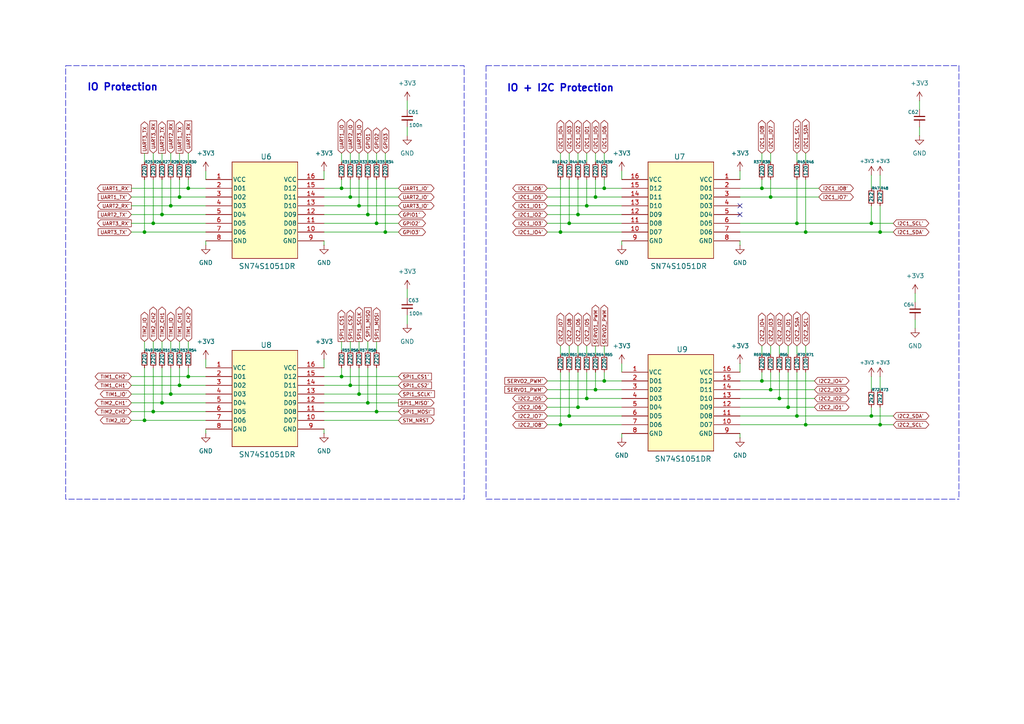
<source format=kicad_sch>
(kicad_sch (version 20250114) (generator "eeschema") (generator_version "9.0")
  (paper "A4")
  (title_block (title "LARS Hardware Interface") (date "2025-03-04") (rev "v1.0") (company "CAuDri e.V.") (comment 1 "Source: https://ohwr.org/cern_ohl_w_v2.txt") (comment 2 "A copy of the license is included in the LICENSE file.") (comment 3 "Redistribution and modifications must comply with CERN-OHL-W v2.") (comment 4 "This design is licensed under CERN Open Hardware Licence Version 2."))
  (rectangle (start 19.05 19.05) (end 134.62 144.78) (stroke (width 0) (type dash)))
  (text "IO + I2C Protection" (at 162.56 25.654 0) (effects (font (size 2.032 2.032) (thickness 0.4064) (bold yes))))
  (text "IO Protection" (at 35.56 25.4 0) (effects (font (size 2.032 2.032) (thickness 0.4064) (bold yes))))
  (junction (at 167.64 62.23))
  (junction (at 104.14 114.3))
  (junction (at 170.18 115.57))
  (junction (at 46.99 62.23))
  (junction (at 252.73 64.77))
  (junction (at 220.98 110.49))
  (junction (at 233.68 67.31))
  (junction (at 109.22 64.77))
  (junction (at 220.98 54.61))
  (junction (at 44.45 64.77))
  (junction (at 54.61 109.22))
  (junction (at 101.6 111.76))
  (junction (at 46.99 116.84))
  (junction (at 231.14 120.65))
  (junction (at 52.07 111.76))
  (junction (at 41.91 121.92))
  (junction (at 175.26 110.49))
  (junction (at 172.72 113.03))
  (junction (at 52.07 57.15))
  (junction (at 99.06 109.22))
  (junction (at 49.53 114.3))
  (junction (at 41.91 67.31))
  (junction (at 255.27 67.31))
  (junction (at 228.6 118.11))
  (junction (at 54.61 54.61))
  (junction (at 99.06 54.61))
  (junction (at 106.68 116.84))
  (junction (at 231.14 64.77))
  (junction (at 165.1 64.77))
  (junction (at 226.06 115.57))
  (junction (at 165.1 120.65))
  (junction (at 49.53 59.69))
  (junction (at 162.56 67.31))
  (junction (at 167.64 118.11))
  (junction (at 170.18 59.69))
  (junction (at 111.76 67.31))
  (junction (at 172.72 57.15))
  (junction (at 223.52 113.03))
  (junction (at 109.22 119.38))
  (junction (at 252.73 120.65))
  (junction (at 175.26 54.61))
  (junction (at 223.52 57.15))
  (junction (at 104.14 59.69))
  (junction (at 162.56 123.19))
  (junction (at 233.68 123.19))
  (junction (at 106.68 62.23))
  (junction (at 44.45 119.38))
  (junction (at 101.6 57.15))
  (junction (at 255.27 123.19))
  (no_connect (at 214.63 59.69))
  (no_connect (at 214.63 62.23))
  (wire (pts (xy 220.98 107.95) (xy 220.98 110.49)))
  (wire (pts (xy 255.27 118.11) (xy 255.27 123.19)))
  (wire (pts (xy 52.07 111.76) (xy 59.69 111.76)))
  (wire (pts (xy 104.14 52.07) (xy 104.14 59.69)))
  (wire (pts (xy 111.76 44.45) (xy 111.76 46.99)))
  (wire (pts (xy 233.68 67.31) (xy 255.27 67.31)))
  (wire (pts (xy 170.18 115.57) (xy 180.34 115.57)))
  (wire (pts (xy 38.1 109.22) (xy 54.61 109.22)))
  (wire (pts (xy 59.69 125.73) (xy 59.69 124.46)))
  (wire (pts (xy 236.22 110.49) (xy 220.98 110.49)))
  (wire (pts (xy 158.75 64.77) (xy 165.1 64.77)))
  (wire (pts (xy 93.98 121.92) (xy 115.57 121.92)))
  (wire (pts (xy 93.98 62.23) (xy 106.68 62.23)))
  (wire (pts (xy 93.98 119.38) (xy 109.22 119.38)))
  (wire (pts (xy 54.61 109.22) (xy 59.69 109.22)))
  (wire (pts (xy 118.11 29.21) (xy 118.11 31.75)))
  (wire (pts (xy 214.63 49.53) (xy 214.63 52.07)))
  (wire (pts (xy 93.98 59.69) (xy 104.14 59.69)))
  (wire (pts (xy 175.26 110.49) (xy 180.34 110.49)))
  (wire (pts (xy 255.27 67.31) (xy 259.08 67.31)))
  (wire (pts (xy 158.75 115.57) (xy 170.18 115.57)))
  (wire (pts (xy 59.69 71.12) (xy 59.69 69.85)))
  (wire (pts (xy 226.06 102.87) (xy 226.06 100.33)))
  (wire (pts (xy 175.26 100.33) (xy 175.26 102.87)))
  (wire (pts (xy 228.6 107.95) (xy 228.6 118.11)))
  (wire (pts (xy 49.53 52.07) (xy 49.53 59.69)))
  (wire (pts (xy 106.68 106.68) (xy 106.68 116.84)))
  (wire (pts (xy 52.07 52.07) (xy 52.07 57.15)))
  (wire (pts (xy 44.45 46.99) (xy 44.45 44.45)))
  (polyline (pts (xy 278.13 19.05) (xy 278.13 144.78)) (stroke (width 0) (type dash)))
  (wire (pts (xy 54.61 99.06) (xy 54.61 101.6)))
  (wire (pts (xy 167.64 62.23) (xy 180.34 62.23)))
  (wire (pts (xy 233.68 102.87) (xy 233.68 100.33)))
  (wire (pts (xy 93.98 49.53) (xy 93.98 52.07)))
  (wire (pts (xy 99.06 52.07) (xy 99.06 54.61)))
  (wire (pts (xy 99.06 54.61) (xy 115.57 54.61)))
  (wire (pts (xy 223.52 46.99) (xy 223.52 44.45)))
  (wire (pts (xy 214.63 127) (xy 214.63 125.73)))
  (wire (pts (xy 54.61 54.61) (xy 59.69 54.61)))
  (wire (pts (xy 172.72 100.33) (xy 172.72 102.87)))
  (wire (pts (xy 104.14 46.99) (xy 104.14 44.45)))
  (wire (pts (xy 165.1 102.87) (xy 165.1 100.33)))
  (wire (pts (xy 165.1 64.77) (xy 180.34 64.77)))
  (wire (pts (xy 231.14 120.65) (xy 252.73 120.65)))
  (wire (pts (xy 46.99 46.99) (xy 46.99 44.45)))
  (wire (pts (xy 38.1 57.15) (xy 52.07 57.15)))
  (wire (pts (xy 162.56 102.87) (xy 162.56 100.33)))
  (wire (pts (xy 180.34 105.41) (xy 180.34 107.95)))
  (wire (pts (xy 223.52 57.15) (xy 237.49 57.15)))
  (wire (pts (xy 52.07 57.15) (xy 59.69 57.15)))
  (wire (pts (xy 252.73 118.11) (xy 252.73 120.65)))
  (wire (pts (xy 255.27 123.19) (xy 259.08 123.19)))
  (wire (pts (xy 265.43 85.09) (xy 265.43 87.63)))
  (wire (pts (xy 233.68 46.99) (xy 233.68 44.45)))
  (wire (pts (xy 220.98 52.07) (xy 220.98 54.61)))
  (wire (pts (xy 111.76 52.07) (xy 111.76 67.31)))
  (wire (pts (xy 214.63 113.03) (xy 223.52 113.03)))
  (wire (pts (xy 220.98 100.33) (xy 220.98 102.87)))
  (wire (pts (xy 109.22 106.68) (xy 109.22 119.38)))
  (wire (pts (xy 167.64 44.45) (xy 167.64 46.99)))
  (wire (pts (xy 162.56 123.19) (xy 180.34 123.19)))
  (wire (pts (xy 233.68 52.07) (xy 233.68 67.31)))
  (wire (pts (xy 170.18 107.95) (xy 170.18 115.57)))
  (wire (pts (xy 93.98 67.31) (xy 111.76 67.31)))
  (wire (pts (xy 106.68 99.06) (xy 106.68 101.6)))
  (wire (pts (xy 214.63 71.12) (xy 214.63 69.85)))
  (wire (pts (xy 162.56 67.31) (xy 180.34 67.31)))
  (wire (pts (xy 172.72 46.99) (xy 172.72 44.45)))
  (wire (pts (xy 93.98 109.22) (xy 99.06 109.22)))
  (wire (pts (xy 175.26 54.61) (xy 180.34 54.61)))
  (wire (pts (xy 158.75 67.31) (xy 162.56 67.31)))
  (wire (pts (xy 93.98 116.84) (xy 106.68 116.84)))
  (wire (pts (xy 265.43 92.71) (xy 265.43 95.25)))
  (wire (pts (xy 252.73 109.22) (xy 252.73 113.03)))
  (wire (pts (xy 167.64 52.07) (xy 167.64 62.23)))
  (wire (pts (xy 158.75 123.19) (xy 162.56 123.19)))
  (wire (pts (xy 231.14 102.87) (xy 231.14 100.33)))
  (wire (pts (xy 41.91 121.92) (xy 59.69 121.92)))
  (wire (pts (xy 170.18 44.45) (xy 170.18 46.99)))
  (wire (pts (xy 158.75 113.03) (xy 172.72 113.03)))
  (wire (pts (xy 38.1 54.61) (xy 54.61 54.61)))
  (wire (pts (xy 46.99 99.06) (xy 46.99 101.6)))
  (wire (pts (xy 226.06 107.95) (xy 226.06 115.57)))
  (wire (pts (xy 44.45 106.68) (xy 44.45 119.38)))
  (wire (pts (xy 46.99 116.84) (xy 59.69 116.84)))
  (wire (pts (xy 46.99 106.68) (xy 46.99 116.84)))
  (wire (pts (xy 255.27 113.03) (xy 255.27 109.22)))
  (wire (pts (xy 41.91 99.06) (xy 41.91 101.6)))
  (wire (pts (xy 104.14 106.68) (xy 104.14 114.3)))
  (wire (pts (xy 165.1 120.65) (xy 180.34 120.65)))
  (wire (pts (xy 49.53 59.69) (xy 59.69 59.69)))
  (wire (pts (xy 49.53 106.68) (xy 49.53 114.3)))
  (wire (pts (xy 106.68 44.45) (xy 106.68 46.99)))
  (wire (pts (xy 101.6 99.06) (xy 101.6 101.6)))
  (wire (pts (xy 214.63 67.31) (xy 233.68 67.31)))
  (wire (pts (xy 175.26 107.95) (xy 175.26 110.49)))
  (wire (pts (xy 44.45 119.38) (xy 59.69 119.38)))
  (wire (pts (xy 106.68 116.84) (xy 115.57 116.84)))
  (wire (pts (xy 167.64 118.11) (xy 180.34 118.11)))
  (wire (pts (xy 41.91 67.31) (xy 59.69 67.31)))
  (wire (pts (xy 93.98 111.76) (xy 101.6 111.76)))
  (wire (pts (xy 223.52 100.33) (xy 223.52 102.87)))
  (wire (pts (xy 101.6 57.15) (xy 115.57 57.15)))
  (wire (pts (xy 170.18 59.69) (xy 180.34 59.69)))
  (wire (pts (xy 38.1 59.69) (xy 49.53 59.69)))
  (wire (pts (xy 52.07 106.68) (xy 52.07 111.76)))
  (wire (pts (xy 231.14 46.99) (xy 231.14 44.45)))
  (wire (pts (xy 255.27 59.69) (xy 255.27 67.31)))
  (wire (pts (xy 49.53 114.3) (xy 59.69 114.3)))
  (wire (pts (xy 214.63 123.19) (xy 233.68 123.19)))
  (wire (pts (xy 170.18 102.87) (xy 170.18 100.33)))
  (wire (pts (xy 231.14 64.77) (xy 252.73 64.77)))
  (wire (pts (xy 38.1 62.23) (xy 46.99 62.23)))
  (wire (pts (xy 54.61 52.07) (xy 54.61 54.61)))
  (polyline (pts (xy 181.61 144.78) (xy 140.97 144.78)) (stroke (width 0) (type dash)))
  (wire (pts (xy 46.99 62.23) (xy 59.69 62.23)))
  (wire (pts (xy 41.91 46.99) (xy 41.91 44.45)))
  (wire (pts (xy 214.63 120.65) (xy 231.14 120.65)))
  (wire (pts (xy 172.72 52.07) (xy 172.72 57.15)))
  (wire (pts (xy 93.98 54.61) (xy 99.06 54.61)))
  (wire (pts (xy 104.14 59.69) (xy 115.57 59.69)))
  (wire (pts (xy 99.06 106.68) (xy 99.06 109.22)))
  (wire (pts (xy 231.14 107.95) (xy 231.14 120.65)))
  (wire (pts (xy 233.68 107.95) (xy 233.68 123.19)))
  (wire (pts (xy 266.7 36.83) (xy 266.7 39.37)))
  (wire (pts (xy 38.1 67.31) (xy 41.91 67.31)))
  (wire (pts (xy 93.98 104.14) (xy 93.98 106.68)))
  (wire (pts (xy 158.75 62.23) (xy 167.64 62.23)))
  (wire (pts (xy 101.6 52.07) (xy 101.6 57.15)))
  (wire (pts (xy 93.98 71.12) (xy 93.98 69.85)))
  (wire (pts (xy 252.73 59.69) (xy 252.73 64.77)))
  (wire (pts (xy 172.72 107.95) (xy 172.72 113.03)))
  (wire (pts (xy 158.75 57.15) (xy 172.72 57.15)))
  (wire (pts (xy 109.22 44.45) (xy 109.22 46.99)))
  (wire (pts (xy 54.61 106.68) (xy 54.61 109.22)))
  (wire (pts (xy 158.75 120.65) (xy 165.1 120.65)))
  (wire (pts (xy 162.56 107.95) (xy 162.56 123.19)))
  (wire (pts (xy 38.1 121.92) (xy 41.91 121.92)))
  (wire (pts (xy 59.69 104.14) (xy 59.69 106.68)))
  (wire (pts (xy 214.63 64.77) (xy 231.14 64.77)))
  (wire (pts (xy 165.1 46.99) (xy 165.1 44.45)))
  (wire (pts (xy 46.99 52.07) (xy 46.99 62.23)))
  (wire (pts (xy 93.98 125.73) (xy 93.98 124.46)))
  (wire (pts (xy 252.73 64.77) (xy 259.08 64.77)))
  (wire (pts (xy 101.6 106.68) (xy 101.6 111.76)))
  (wire (pts (xy 214.63 110.49) (xy 220.98 110.49)))
  (wire (pts (xy 38.1 64.77) (xy 44.45 64.77)))
  (wire (pts (xy 162.56 46.99) (xy 162.56 44.45)))
  (wire (pts (xy 233.68 123.19) (xy 255.27 123.19)))
  (wire (pts (xy 38.1 116.84) (xy 46.99 116.84)))
  (wire (pts (xy 109.22 119.38) (xy 115.57 119.38)))
  (wire (pts (xy 223.52 107.95) (xy 223.52 113.03)))
  (wire (pts (xy 175.26 52.07) (xy 175.26 54.61)))
  (wire (pts (xy 214.63 115.57) (xy 226.06 115.57)))
  (wire (pts (xy 101.6 111.76) (xy 115.57 111.76)))
  (wire (pts (xy 118.11 36.83) (xy 118.11 39.37)))
  (wire (pts (xy 165.1 107.95) (xy 165.1 120.65)))
  (wire (pts (xy 44.45 64.77) (xy 59.69 64.77)))
  (wire (pts (xy 214.63 118.11) (xy 228.6 118.11)))
  (wire (pts (xy 231.14 52.07) (xy 231.14 64.77)))
  (wire (pts (xy 255.27 54.61) (xy 255.27 50.8)))
  (wire (pts (xy 38.1 111.76) (xy 52.07 111.76)))
  (wire (pts (xy 214.63 105.41) (xy 214.63 107.95)))
  (wire (pts (xy 101.6 46.99) (xy 101.6 44.45)))
  (wire (pts (xy 158.75 110.49) (xy 175.26 110.49)))
  (wire (pts (xy 252.73 120.65) (xy 259.08 120.65)))
  (wire (pts (xy 109.22 64.77) (xy 115.57 64.77)))
  (wire (pts (xy 214.63 57.15) (xy 223.52 57.15)))
  (wire (pts (xy 175.26 46.99) (xy 175.26 44.45)))
  (wire (pts (xy 38.1 119.38) (xy 44.45 119.38)))
  (wire (pts (xy 41.91 106.68) (xy 41.91 121.92)))
  (wire (pts (xy 111.76 67.31) (xy 115.57 67.31)))
  (wire (pts (xy 38.1 114.3) (xy 49.53 114.3)))
  (wire (pts (xy 228.6 118.11) (xy 236.22 118.11)))
  (wire (pts (xy 99.06 46.99) (xy 99.06 44.45)))
  (wire (pts (xy 118.11 83.82) (xy 118.11 86.36)))
  (wire (pts (xy 220.98 46.99) (xy 220.98 44.45)))
  (polyline (pts (xy 140.97 19.05) (xy 140.97 144.78)) (stroke (width 0) (type dash)))
  (wire (pts (xy 118.11 91.44) (xy 118.11 93.98)))
  (wire (pts (xy 93.98 114.3) (xy 104.14 114.3)))
  (wire (pts (xy 158.75 118.11) (xy 167.64 118.11)))
  (wire (pts (xy 214.63 54.61) (xy 220.98 54.61)))
  (wire (pts (xy 167.64 107.95) (xy 167.64 118.11)))
  (wire (pts (xy 223.52 52.07) (xy 223.52 57.15)))
  (wire (pts (xy 41.91 52.07) (xy 41.91 67.31)))
  (wire (pts (xy 54.61 46.99) (xy 54.61 44.45)))
  (wire (pts (xy 236.22 113.03) (xy 223.52 113.03)))
  (polyline (pts (xy 181.61 144.78) (xy 278.13 144.78)) (stroke (width 0) (type dash)))
  (wire (pts (xy 158.75 54.61) (xy 175.26 54.61)))
  (wire (pts (xy 104.14 99.06) (xy 104.14 101.6)))
  (wire (pts (xy 180.34 49.53) (xy 180.34 52.07)))
  (wire (pts (xy 99.06 99.06) (xy 99.06 101.6)))
  (wire (pts (xy 170.18 52.07) (xy 170.18 59.69)))
  (wire (pts (xy 106.68 62.23) (xy 115.57 62.23)))
  (wire (pts (xy 49.53 99.06) (xy 49.53 101.6)))
  (wire (pts (xy 52.07 46.99) (xy 52.07 44.45)))
  (wire (pts (xy 109.22 52.07) (xy 109.22 64.77)))
  (wire (pts (xy 167.64 102.87) (xy 167.64 100.33)))
  (wire (pts (xy 104.14 114.3) (xy 115.57 114.3)))
  (wire (pts (xy 180.34 127) (xy 180.34 125.73)))
  (polyline (pts (xy 140.97 19.05) (xy 278.13 19.05)) (stroke (width 0) (type dash)))
  (wire (pts (xy 44.45 99.06) (xy 44.45 101.6)))
  (wire (pts (xy 158.75 59.69) (xy 170.18 59.69)))
  (wire (pts (xy 220.98 54.61) (xy 237.49 54.61)))
  (wire (pts (xy 49.53 46.99) (xy 49.53 44.45)))
  (wire (pts (xy 180.34 71.12) (xy 180.34 69.85)))
  (wire (pts (xy 44.45 52.07) (xy 44.45 64.77)))
  (wire (pts (xy 99.06 109.22) (xy 115.57 109.22)))
  (wire (pts (xy 252.73 50.8) (xy 252.73 54.61)))
  (wire (pts (xy 172.72 113.03) (xy 180.34 113.03)))
  (wire (pts (xy 165.1 52.07) (xy 165.1 64.77)))
  (wire (pts (xy 93.98 64.77) (xy 109.22 64.77)))
  (wire (pts (xy 228.6 102.87) (xy 228.6 100.33)))
  (wire (pts (xy 59.69 49.53) (xy 59.69 52.07)))
  (wire (pts (xy 226.06 115.57) (xy 236.22 115.57)))
  (wire (pts (xy 266.7 29.21) (xy 266.7 31.75)))
  (wire (pts (xy 93.98 57.15) (xy 101.6 57.15)))
  (wire (pts (xy 109.22 99.06) (xy 109.22 101.6)))
  (wire (pts (xy 162.56 52.07) (xy 162.56 67.31)))
  (wire (pts (xy 52.07 99.06) (xy 52.07 101.6)))
  (wire (pts (xy 172.72 57.15) (xy 180.34 57.15)))
  (wire (pts (xy 106.68 52.07) (xy 106.68 62.23)))
  (global_label "GPIO1" (shape bidirectional) (at 106.68 44.45 90) (effects (font (size 1.016 1.016))) (property "Intersheetrefs" "${INTERSHEET_REFS}" (effects (hide yes))))
  (global_label "I2C1_IO4" (shape bidirectional) (at 162.56 44.45 90) (effects (font (size 1.016 1.016))) (property "Intersheetrefs" "${INTERSHEET_REFS}" (effects (hide yes))))
  (global_label "I2C1_IO3'" (shape bidirectional) (at 158.75 64.77 180) (effects (font (size 1.016 1.016))) (property "Intersheetrefs" "${INTERSHEET_REFS}" (effects (hide yes))))
  (global_label "GPIO1'" (shape bidirectional) (at 115.57 62.23 0) (effects (font (size 1.016 1.016))) (property "Intersheetrefs" "${INTERSHEET_REFS}" (effects (hide yes))))
  (global_label "I2C2_IO6" (shape bidirectional) (at 167.64 100.33 90) (effects (font (size 1.016 1.016))) (property "Intersheetrefs" "${INTERSHEET_REFS}" (effects (hide yes))))
  (global_label "UART3_IO" (shape bidirectional) (at 104.14 44.45 90) (effects (font (size 1.016 1.016))) (property "Intersheetrefs" "${INTERSHEET_REFS}" (effects (hide yes))))
  (global_label "UART2_RX" (shape input) (at 49.53 44.45 90) (effects (font (size 1.016 1.016))) (property "Intersheetrefs" "${INTERSHEET_REFS}" (effects (hide yes))))
  (global_label "TIM1_IO'" (shape bidirectional) (at 38.1 114.3 180) (effects (font (size 1.016 1.016))) (property "Intersheetrefs" "${INTERSHEET_REFS}" (effects (hide yes))))
  (global_label "I2C2_IO6'" (shape bidirectional) (at 158.75 118.11 180) (effects (font (size 1.016 1.016))) (property "Intersheetrefs" "${INTERSHEET_REFS}" (effects (hide yes))))
  (global_label "UART2_IO" (shape bidirectional) (at 101.6 44.45 90) (effects (font (size 1.016 1.016))) (property "Intersheetrefs" "${INTERSHEET_REFS}" (effects (hide yes))))
  (global_label "I2C1_IO8'" (shape bidirectional) (at 237.49 54.61 0) (effects (font (size 1.016 1.016))) (property "Intersheetrefs" "${INTERSHEET_REFS}" (effects (hide yes))))
  (global_label "I2C1_IO6'" (shape bidirectional) (at 158.75 54.61 180) (effects (font (size 1.016 1.016))) (property "Intersheetrefs" "${INTERSHEET_REFS}" (effects (hide yes))))
  (global_label "I2C2_IO1'" (shape bidirectional) (at 236.22 118.11 0) (effects (font (size 1.016 1.016))) (property "Intersheetrefs" "${INTERSHEET_REFS}" (effects (hide yes))))
  (global_label "TIM2_CH1'" (shape bidirectional) (at 38.1 116.84 180) (effects (font (size 1.016 1.016))) (property "Intersheetrefs" "${INTERSHEET_REFS}" (effects (hide yes))))
  (global_label "SPI1_MISO'" (shape output) (at 115.57 116.84 0) (effects (font (size 1.016 1.016))) (property "Intersheetrefs" "${INTERSHEET_REFS}" (effects (hide yes))))
  (global_label "SPI1_MISO" (shape input) (at 106.68 99.06 90) (effects (font (size 1.016 1.016))) (property "Intersheetrefs" "${INTERSHEET_REFS}" (effects (hide yes))))
  (global_label "TIM2_IO" (shape bidirectional) (at 41.91 99.06 90) (effects (font (size 1.016 1.016))) (property "Intersheetrefs" "${INTERSHEET_REFS}" (effects (hide yes))))
  (global_label "UART1_RX'" (shape output) (at 38.1 54.61 180) (effects (font (size 1.016 1.016))) (property "Intersheetrefs" "${INTERSHEET_REFS}" (effects (hide yes))))
  (global_label "UART3_RX" (shape input) (at 44.45 44.45 90) (effects (font (size 1.016 1.016))) (property "Intersheetrefs" "${INTERSHEET_REFS}" (effects (hide yes))))
  (global_label "I2C2_IO4" (shape bidirectional) (at 220.98 100.33 90) (effects (font (size 1.016 1.016))) (property "Intersheetrefs" "${INTERSHEET_REFS}" (effects (hide yes))))
  (global_label "I2C1_IO1'" (shape bidirectional) (at 158.75 59.69 180) (effects (font (size 1.016 1.016))) (property "Intersheetrefs" "${INTERSHEET_REFS}" (effects (hide yes))))
  (global_label "SERVO1_PWM" (shape output) (at 172.72 100.33 90) (effects (font (size 1.016 1.016))) (property "Intersheetrefs" "${INTERSHEET_REFS}" (effects (hide yes))))
  (global_label "UART1_TX'" (shape input) (at 38.1 57.15 180) (effects (font (size 1.016 1.016))) (property "Intersheetrefs" "${INTERSHEET_REFS}" (effects (hide yes))))
  (global_label "TIM2_CH2'" (shape bidirectional) (at 38.1 119.38 180) (effects (font (size 1.016 1.016))) (property "Intersheetrefs" "${INTERSHEET_REFS}" (effects (hide yes))))
  (global_label "TIM1_CH1'" (shape bidirectional) (at 38.1 111.76 180) (effects (font (size 1.016 1.016))) (property "Intersheetrefs" "${INTERSHEET_REFS}" (effects (hide yes))))
  (global_label "UART2_IO'" (shape bidirectional) (at 115.57 57.15 0) (effects (font (size 1.016 1.016))) (property "Intersheetrefs" "${INTERSHEET_REFS}" (effects (hide yes))))
  (global_label "UART3_IO'" (shape bidirectional) (at 115.57 59.69 0) (effects (font (size 1.016 1.016))) (property "Intersheetrefs" "${INTERSHEET_REFS}" (effects (hide yes))))
  (global_label "UART3_TX'" (shape input) (at 38.1 67.31 180) (effects (font (size 1.016 1.016))) (property "Intersheetrefs" "${INTERSHEET_REFS}" (effects (hide yes))))
  (global_label "I2C2_IO5'" (shape bidirectional) (at 158.75 115.57 180) (effects (font (size 1.016 1.016))) (property "Intersheetrefs" "${INTERSHEET_REFS}" (effects (hide yes))))
  (global_label "UART3_TX" (shape output) (at 41.91 44.45 90) (effects (font (size 1.016 1.016))) (property "Intersheetrefs" "${INTERSHEET_REFS}" (effects (hide yes))))
  (global_label "UART1_IO'" (shape bidirectional) (at 115.57 54.61 0) (effects (font (size 1.016 1.016))) (property "Intersheetrefs" "${INTERSHEET_REFS}" (effects (hide yes))))
  (global_label "SPI1_CS1" (shape output) (at 99.06 99.06 90) (effects (font (size 1.016 1.016))) (property "Intersheetrefs" "${INTERSHEET_REFS}" (effects (hide yes))))
  (global_label "I2C1_IO7" (shape bidirectional) (at 223.52 44.45 90) (effects (font (size 1.016 1.016))) (property "Intersheetrefs" "${INTERSHEET_REFS}" (effects (hide yes))))
  (global_label "I2C1_SCL" (shape bidirectional) (at 231.14 44.45 90) (effects (font (size 1.016 1.016))) (property "Intersheetrefs" "${INTERSHEET_REFS}" (effects (hide yes))))
  (global_label "I2C2_IO2'" (shape bidirectional) (at 236.22 115.57 0) (effects (font (size 1.016 1.016))) (property "Intersheetrefs" "${INTERSHEET_REFS}" (effects (hide yes))))
  (global_label "I2C2_IO7" (shape bidirectional) (at 162.56 100.33 90) (effects (font (size 1.016 1.016))) (property "Intersheetrefs" "${INTERSHEET_REFS}" (effects (hide yes))))
  (global_label "I2C2_IO4'" (shape bidirectional) (at 236.22 110.49 0) (effects (font (size 1.016 1.016))) (property "Intersheetrefs" "${INTERSHEET_REFS}" (effects (hide yes))))
  (global_label "UART2_TX'" (shape input) (at 38.1 62.23 180) (effects (font (size 1.016 1.016))) (property "Intersheetrefs" "${INTERSHEET_REFS}" (effects (hide yes))))
  (global_label "SERVO1_PWM'" (shape input) (at 158.75 113.03 180) (effects (font (size 1.016 1.016))) (property "Intersheetrefs" "${INTERSHEET_REFS}" (effects (hide yes))))
  (global_label "I2C1_IO5" (shape bidirectional) (at 172.72 44.45 90) (effects (font (size 1.016 1.016))) (property "Intersheetrefs" "${INTERSHEET_REFS}" (effects (hide yes))))
  (global_label "GPIO3'" (shape bidirectional) (at 115.57 67.31 0) (effects (font (size 1.016 1.016))) (property "Intersheetrefs" "${INTERSHEET_REFS}" (effects (hide yes))))
  (global_label "SPI1_CS2'" (shape input) (at 115.57 111.76 0) (effects (font (size 1.016 1.016))) (property "Intersheetrefs" "${INTERSHEET_REFS}" (effects (hide yes))))
  (global_label "SERVO2_PWM'" (shape input) (at 158.75 110.49 180) (effects (font (size 1.016 1.016))) (property "Intersheetrefs" "${INTERSHEET_REFS}" (effects (hide yes))))
  (global_label "TIM1_CH2'" (shape bidirectional) (at 38.1 109.22 180) (effects (font (size 1.016 1.016))) (property "Intersheetrefs" "${INTERSHEET_REFS}" (effects (hide yes))))
  (global_label "UART2_RX'" (shape output) (at 38.1 59.69 180) (effects (font (size 1.016 1.016))) (property "Intersheetrefs" "${INTERSHEET_REFS}" (effects (hide yes))))
  (global_label "I2C2_IO3" (shape bidirectional) (at 223.52 100.33 90) (effects (font (size 1.016 1.016))) (property "Intersheetrefs" "${INTERSHEET_REFS}" (effects (hide yes))))
  (global_label "UART1_TX" (shape output) (at 52.07 44.45 90) (effects (font (size 1.016 1.016))) (property "Intersheetrefs" "${INTERSHEET_REFS}" (effects (hide yes))))
  (global_label "GPIO2" (shape bidirectional) (at 109.22 44.45 90) (effects (font (size 1.016 1.016))) (property "Intersheetrefs" "${INTERSHEET_REFS}" (effects (hide yes))))
  (global_label "SPI1_CS2" (shape output) (at 101.6 99.06 90) (effects (font (size 1.016 1.016))) (property "Intersheetrefs" "${INTERSHEET_REFS}" (effects (hide yes))))
  (global_label "I2C2_IO8" (shape bidirectional) (at 165.1 100.33 90) (effects (font (size 1.016 1.016))) (property "Intersheetrefs" "${INTERSHEET_REFS}" (effects (hide yes))))
  (global_label "SERVO2_PWM" (shape output) (at 175.26 100.33 90) (effects (font (size 1.016 1.016))) (property "Intersheetrefs" "${INTERSHEET_REFS}" (effects (hide yes))))
  (global_label "TIM2_CH1" (shape bidirectional) (at 46.99 99.06 90) (effects (font (size 1.016 1.016))) (property "Intersheetrefs" "${INTERSHEET_REFS}" (effects (hide yes))))
  (global_label "TIM2_CH2" (shape bidirectional) (at 44.45 99.06 90) (effects (font (size 1.016 1.016))) (property "Intersheetrefs" "${INTERSHEET_REFS}" (effects (hide yes))))
  (global_label "I2C1_IO2'" (shape bidirectional) (at 158.75 62.23 180) (effects (font (size 1.016 1.016))) (property "Intersheetrefs" "${INTERSHEET_REFS}" (effects (hide yes))))
  (global_label "UART3_RX'" (shape output) (at 38.1 64.77 180) (effects (font (size 1.016 1.016))) (property "Intersheetrefs" "${INTERSHEET_REFS}" (effects (hide yes))))
  (global_label "I2C2_IO7'" (shape bidirectional) (at 158.75 120.65 180) (effects (font (size 1.016 1.016))) (property "Intersheetrefs" "${INTERSHEET_REFS}" (effects (hide yes))))
  (global_label "GPIO2'" (shape bidirectional) (at 115.57 64.77 0) (effects (font (size 1.016 1.016))) (property "Intersheetrefs" "${INTERSHEET_REFS}" (effects (hide yes))))
  (global_label "SPI1_SCLK'" (shape input) (at 115.57 114.3 0) (effects (font (size 1.016 1.016))) (property "Intersheetrefs" "${INTERSHEET_REFS}" (effects (hide yes))))
  (global_label "I2C2_SCL" (shape bidirectional) (at 233.68 100.33 90) (effects (font (size 1.016 1.016))) (property "Intersheetrefs" "${INTERSHEET_REFS}" (effects (hide yes))))
  (global_label "UART1_RX" (shape input) (at 54.61 44.45 90) (effects (font (size 1.016 1.016))) (property "Intersheetrefs" "${INTERSHEET_REFS}" (effects (hide yes))))
  (global_label "I2C1_SDA" (shape bidirectional) (at 233.68 44.45 90) (effects (font (size 1.016 1.016))) (property "Intersheetrefs" "${INTERSHEET_REFS}" (effects (hide yes))))
  (global_label "STM_NRST" (shape bidirectional) (at 115.57 121.92 0) (effects (font (size 1.016 1.016))) (property "Intersheetrefs" "${INTERSHEET_REFS}" (effects (hide yes))))
  (global_label "SPI1_MOSI'" (shape input) (at 115.57 119.38 0) (effects (font (size 1.016 1.016))) (property "Intersheetrefs" "${INTERSHEET_REFS}" (effects (hide yes))))
  (global_label "I2C1_IO1" (shape bidirectional) (at 170.18 44.45 90) (effects (font (size 1.016 1.016))) (property "Intersheetrefs" "${INTERSHEET_REFS}" (effects (hide yes))))
  (global_label "TIM1_CH2" (shape bidirectional) (at 54.61 99.06 90) (effects (font (size 1.016 1.016))) (property "Intersheetrefs" "${INTERSHEET_REFS}" (effects (hide yes))))
  (global_label "SPI1_MOSI" (shape output) (at 109.22 99.06 90) (effects (font (size 1.016 1.016))) (property "Intersheetrefs" "${INTERSHEET_REFS}" (effects (hide yes))))
  (global_label "I2C1_SCL'" (shape bidirectional) (at 259.08 64.77 0) (effects (font (size 1.016 1.016))) (property "Intersheetrefs" "${INTERSHEET_REFS}" (effects (hide yes))))
  (global_label "TIM2_IO'" (shape bidirectional) (at 38.1 121.92 180) (effects (font (size 1.016 1.016))) (property "Intersheetrefs" "${INTERSHEET_REFS}" (effects (hide yes))))
  (global_label "I2C2_SDA'" (shape bidirectional) (at 259.08 120.65 0) (effects (font (size 1.016 1.016))) (property "Intersheetrefs" "${INTERSHEET_REFS}" (effects (hide yes))))
  (global_label "SPI1_SCLK" (shape output) (at 104.14 99.06 90) (effects (font (size 1.016 1.016))) (property "Intersheetrefs" "${INTERSHEET_REFS}" (effects (hide yes))))
  (global_label "I2C2_IO1" (shape bidirectional) (at 228.6 100.33 90) (effects (font (size 1.016 1.016))) (property "Intersheetrefs" "${INTERSHEET_REFS}" (effects (hide yes))))
  (global_label "I2C2_IO5" (shape bidirectional) (at 170.18 100.33 90) (effects (font (size 1.016 1.016))) (property "Intersheetrefs" "${INTERSHEET_REFS}" (effects (hide yes))))
  (global_label "I2C2_SDA" (shape bidirectional) (at 231.14 100.33 90) (effects (font (size 1.016 1.016))) (property "Intersheetrefs" "${INTERSHEET_REFS}" (effects (hide yes))))
  (global_label "I2C2_SCL'" (shape bidirectional) (at 259.08 123.19 0) (effects (font (size 1.016 1.016))) (property "Intersheetrefs" "${INTERSHEET_REFS}" (effects (hide yes))))
  (global_label "I2C1_IO3" (shape bidirectional) (at 165.1 44.45 90) (effects (font (size 1.016 1.016))) (property "Intersheetrefs" "${INTERSHEET_REFS}" (effects (hide yes))))
  (global_label "I2C1_IO4'" (shape bidirectional) (at 158.75 67.31 180) (effects (font (size 1.016 1.016))) (property "Intersheetrefs" "${INTERSHEET_REFS}" (effects (hide yes))))
  (global_label "SPI1_CS1'" (shape input) (at 115.57 109.22 0) (effects (font (size 1.016 1.016))) (property "Intersheetrefs" "${INTERSHEET_REFS}" (effects (hide yes))))
  (global_label "I2C1_IO7'" (shape bidirectional) (at 237.49 57.15 0) (effects (font (size 1.016 1.016))) (property "Intersheetrefs" "${INTERSHEET_REFS}" (effects (hide yes))))
  (global_label "I2C1_IO8" (shape bidirectional) (at 220.98 44.45 90) (effects (font (size 1.016 1.016))) (property "Intersheetrefs" "${INTERSHEET_REFS}" (effects (hide yes))))
  (global_label "TIM1_IO" (shape bidirectional) (at 49.53 99.06 90) (effects (font (size 1.016 1.016))) (property "Intersheetrefs" "${INTERSHEET_REFS}" (effects (hide yes))))
  (global_label "I2C2_IO2" (shape bidirectional) (at 226.06 100.33 90) (effects (font (size 1.016 1.016))) (property "Intersheetrefs" "${INTERSHEET_REFS}" (effects (hide yes))))
  (global_label "TIM1_CH1" (shape bidirectional) (at 52.07 99.06 90) (effects (font (size 1.016 1.016))) (property "Intersheetrefs" "${INTERSHEET_REFS}" (effects (hide yes))))
  (global_label "I2C2_IO3'" (shape bidirectional) (at 236.22 113.03 0) (effects (font (size 1.016 1.016))) (property "Intersheetrefs" "${INTERSHEET_REFS}" (effects (hide yes))))
  (global_label "I2C1_IO5'" (shape bidirectional) (at 158.75 57.15 180) (effects (font (size 1.016 1.016))) (property "Intersheetrefs" "${INTERSHEET_REFS}" (effects (hide yes))))
  (global_label "I2C1_SDA'" (shape bidirectional) (at 259.08 67.31 0) (effects (font (size 1.016 1.016))) (property "Intersheetrefs" "${INTERSHEET_REFS}" (effects (hide yes))))
  (global_label "UART2_TX" (shape output) (at 46.99 44.45 90) (effects (font (size 1.016 1.016))) (property "Intersheetrefs" "${INTERSHEET_REFS}" (effects (hide yes))))
  (global_label "I2C1_IO6" (shape bidirectional) (at 175.26 44.45 90) (effects (font (size 1.016 1.016))) (property "Intersheetrefs" "${INTERSHEET_REFS}" (effects (hide yes))))
  (global_label "I2C1_IO2" (shape bidirectional) (at 167.64 44.45 90) (effects (font (size 1.016 1.016))) (property "Intersheetrefs" "${INTERSHEET_REFS}" (effects (hide yes))))
  (global_label "GPIO3" (shape bidirectional) (at 111.76 44.45 90) (effects (font (size 1.016 1.016))) (property "Intersheetrefs" "${INTERSHEET_REFS}" (effects (hide yes))))
  (global_label "I2C2_IO8'" (shape bidirectional) (at 158.75 123.19 180) (effects (font (size 1.016 1.016))) (property "Intersheetrefs" "${INTERSHEET_REFS}" (effects (hide yes))))
  (global_label "UART1_IO" (shape bidirectional) (at 99.06 44.45 90) (effects (font (size 1.016 1.016))) (property "Intersheetrefs" "${INTERSHEET_REFS}" (effects (hide yes))))
  (symbol (lib_id "power:+3.3V") (at 214.63 49.53 0) (unit 1)
    (property "Reference" "#PWR0144" (effects (hide yes)))
    (property "Value" "+3V3" (at 214.63 44.45 0))
    (property "Description" "Power symbol creates a global label with name \"+3.3V\"" (effects (hide yes)))
  )
  (symbol (lib_id "LARS_Hardware_Interface:R_Small") (at 46.99 104.14 180) (unit 1)
    (property "Reference" "R51" (at 48.26 101.6 0) (effects (font (size 0.762 0.762))))
    (property "Value" "220" (at 46.99 104.14 90) (effects (font (size 1.016 1.016))))
    (property "Footprint" "LARS_Hardware_Interface:R_0805_2012Metric" (effects (hide yes)))
    (property "Description" "Resistor, small symbol" (effects (hide yes)))
  )
  (symbol (lib_id "LARS_Hardware_Interface:R_Small") (at 223.52 105.41 0) (mirror x) (unit 1)
    (property "Reference" "R68" (at 222.25 102.87 0) (effects (font (size 0.762 0.762))))
    (property "Value" "220" (at 223.52 105.41 90) (effects (font (size 1.016 1.016))))
    (property "Footprint" "LARS_Hardware_Interface:R_0805_2012Metric" (effects (hide yes)))
    (property "Description" "Resistor, small symbol" (effects (hide yes)))
  )
  (symbol (lib_id "power:+3.3V") (at 118.11 83.82 0) (unit 1)
    (property "Reference" "#PWR0151" (effects (hide yes)))
    (property "Value" "+3V3" (at 118.11 78.74 0))
    (property "Description" "Power symbol creates a global label with name \"+3.3V\"" (effects (hide yes)))
  )
  (symbol (lib_id "power:+3.3V") (at 255.27 109.22 0) (unit 1)
    (property "Reference" "#PWR0160" (effects (hide yes)))
    (property "Value" "+3V3" (at 256.032 105.156 0) (effects (font (size 1.016 1.016))))
    (property "Description" "Power symbol creates a global label with name \"+3.3V\"" (effects (hide yes)))
  )
  (symbol (lib_id "LARS_Hardware_Interface:R_Small") (at 172.72 49.53 180) (unit 1)
    (property "Reference" "R40" (at 173.99 46.99 0) (effects (font (size 0.762 0.762))))
    (property "Value" "220" (at 172.72 49.53 90) (effects (font (size 1.016 1.016))))
    (property "Footprint" "LARS_Hardware_Interface:R_0805_2012Metric" (effects (hide yes)))
    (property "Description" "Resistor, small symbol" (effects (hide yes)))
  )
  (symbol (lib_id "power:GND") (at 214.63 71.12 0) (unit 1)
    (property "Reference" "#PWR0150" (effects (hide yes)))
    (property "Value" "GND" (at 214.63 76.2 0))
    (property "Description" "Power symbol creates a global label with name \"GND\" , ground" (effects (hide yes)))
  )
  (symbol (lib_id "LARS_Hardware_Interface:R_Small") (at 170.18 49.53 180) (unit 1)
    (property "Reference" "R43" (at 168.91 46.99 0) (effects (font (size 0.762 0.762))))
    (property "Value" "220" (at 170.18 49.53 90) (effects (font (size 1.016 1.016))))
    (property "Footprint" "LARS_Hardware_Interface:R_0805_2012Metric" (effects (hide yes)))
    (property "Description" "Resistor, small symbol" (effects (hide yes)))
  )
  (symbol (lib_id "LARS_Hardware_Interface:R_Small") (at 99.06 49.53 180) (unit 1)
    (property "Reference" "R31" (at 100.33 46.99 0) (effects (font (size 0.762 0.762))))
    (property "Value" "220" (at 99.06 49.53 90) (effects (font (size 1.016 1.016))))
    (property "Footprint" "LARS_Hardware_Interface:R_0805_2012Metric" (effects (hide yes)))
    (property "Description" "Resistor, small symbol" (effects (hide yes)))
  )
  (symbol (lib_id "LARS_Hardware_Interface:R_Small") (at 231.14 49.53 180) (unit 1)
    (property "Reference" "R45" (at 232.41 46.99 0) (effects (font (size 0.762 0.762))))
    (property "Value" "120" (at 231.14 49.53 90) (effects (font (size 1.016 1.016))))
    (property "Footprint" "LARS_Hardware_Interface:R_0805_2012Metric" (effects (hide yes)))
    (property "Description" "Resistor, small symbol" (effects (hide yes)))
  )
  (symbol (lib_id "LARS_Hardware_Interface:R_Small") (at 220.98 105.41 0) (mirror x) (unit 1)
    (property "Reference" "R69" (at 219.71 102.87 0) (effects (font (size 0.762 0.762))))
    (property "Value" "220" (at 220.98 105.41 90) (effects (font (size 1.016 1.016))))
    (property "Footprint" "LARS_Hardware_Interface:R_0805_2012Metric" (effects (hide yes)))
    (property "Description" "Resistor, small symbol" (effects (hide yes)))
  )
  (symbol (lib_id "LARS_Hardware_Interface:R_Small") (at 54.61 104.14 180) (unit 1)
    (property "Reference" "R54" (at 55.88 101.6 0) (effects (font (size 0.762 0.762))))
    (property "Value" "220" (at 54.61 104.14 90) (effects (font (size 1.016 1.016))))
    (property "Footprint" "LARS_Hardware_Interface:R_0805_2012Metric" (effects (hide yes)))
    (property "Description" "Resistor, small symbol" (effects (hide yes)))
  )
  (symbol (lib_id "LARS_Hardware_Interface:R_Small") (at 106.68 104.14 180) (unit 1)
    (property "Reference" "R58" (at 107.95 101.6 0) (effects (font (size 0.762 0.762))))
    (property "Value" "220" (at 106.68 104.14 90) (effects (font (size 1.016 1.016))))
    (property "Footprint" "LARS_Hardware_Interface:R_0805_2012Metric" (effects (hide yes)))
    (property "Description" "Resistor, small symbol" (effects (hide yes)))
  )
  (symbol (lib_id "LARS_Hardware_Interface:R_Small") (at 223.52 49.53 180) (unit 1)
    (property "Reference" "R38" (at 222.25 46.99 0) (effects (font (size 0.762 0.762))))
    (property "Value" "220" (at 223.52 49.53 90) (effects (font (size 1.016 1.016))))
    (property "Footprint" "LARS_Hardware_Interface:R_0805_2012Metric" (effects (hide yes)))
    (property "Description" "Resistor, small symbol" (effects (hide yes)))
  )
  (symbol (lib_id "LARS_Hardware_Interface:R_Small") (at 233.68 49.53 180) (unit 1)
    (property "Reference" "R46" (at 234.95 46.99 0) (effects (font (size 0.762 0.762))))
    (property "Value" "120" (at 233.68 49.53 90) (effects (font (size 1.016 1.016))))
    (property "Footprint" "LARS_Hardware_Interface:R_0805_2012Metric" (effects (hide yes)))
    (property "Description" "Resistor, small symbol" (effects (hide yes)))
  )
  (symbol (lib_id "power:GND") (at 93.98 125.73 0) (unit 1)
    (property "Reference" "#PWR0162" (effects (hide yes)))
    (property "Value" "GND" (at 93.98 130.81 0))
    (property "Description" "Power symbol creates a global label with name \"GND\" , ground" (effects (hide yes)))
  )
  (symbol (lib_id "LARS_Hardware_Interface:R_Small") (at 226.06 105.41 0) (mirror x) (unit 1)
    (property "Reference" "R67" (effects (hide yes)))
    (property "Value" "220" (at 226.06 105.41 90) (effects (font (size 1.016 1.016))))
    (property "Footprint" "LARS_Hardware_Interface:R_0805_2012Metric" (effects (hide yes)))
    (property "Description" "Resistor, small symbol" (effects (hide yes)))
  )
  (symbol (lib_id "power:GND") (at 118.11 93.98 0) (unit 1)
    (property "Reference" "#PWR0153" (effects (hide yes)))
    (property "Value" "GND" (at 118.11 99.06 0))
    (property "Description" "Power symbol creates a global label with name \"GND\" , ground" (effects (hide yes)))
  )
  (symbol (lib_id "power:GND") (at 59.69 125.73 0) (unit 1)
    (property "Reference" "#PWR0161" (effects (hide yes)))
    (property "Value" "GND" (at 59.69 130.81 0))
    (property "Description" "Power symbol creates a global label with name \"GND\" , ground" (effects (hide yes)))
  )
  (symbol (lib_id "power:+3.3V") (at 214.63 105.41 0) (unit 1)
    (property "Reference" "#PWR0158" (effects (hide yes)))
    (property "Value" "+3V3" (at 214.63 100.33 0))
    (property "Description" "Power symbol creates a global label with name \"+3.3V\"" (effects (hide yes)))
  )
  (symbol (lib_id "LARS_Hardware_Interface:R_Small") (at 252.73 115.57 180) (unit 1)
    (property "Reference" "R72" (at 254 113.03 0) (effects (font (size 0.762 0.762))))
    (property "Value" "2k2" (at 252.73 115.57 90) (effects (font (size 1.016 1.016))))
    (property "Footprint" "LARS_Hardware_Interface:R_0805_2012Metric" (effects (hide yes)))
    (property "Description" "Resistor, small symbol" (effects (hide yes)))
  )
  (symbol (lib_id "LARS_Hardware_Interface:R_Small") (at 41.91 49.53 180) (unit 1)
    (property "Reference" "R25" (at 43.18 46.99 0) (effects (font (size 0.762 0.762))))
    (property "Value" "220" (at 41.91 49.53 90) (effects (font (size 1.016 1.016))))
    (property "Footprint" "LARS_Hardware_Interface:R_0805_2012Metric" (effects (hide yes)))
    (property "Description" "Resistor, small symbol" (effects (hide yes)))
  )
  (symbol (lib_id "power:GND") (at 266.7 39.37 0) (mirror y) (unit 1)
    (property "Reference" "#PWR0140" (effects (hide yes)))
    (property "Value" "GND" (at 266.7 44.45 0))
    (property "Description" "Power symbol creates a global label with name \"GND\" , ground" (effects (hide yes)))
  )
  (symbol (lib_id "LARS_Hardware_Interface:C_Small") (at 265.43 90.17 0) (mirror y) (unit 1)
    (property "Reference" "C64" (at 265.176 88.392 0) (effects (font (size 1.016 1.016)) (justify left)))
    (property "Value" "100n" (effects (hide yes)))
    (property "Footprint" "LARS_Hardware_Interface:C_0805_2012Metric" (effects (hide yes)))
    (property "Description" "Unpolarized capacitor, small symbol" (effects (hide yes)))
  )
  (symbol (lib_id "LARS_Hardware_Interface:R_Small") (at 109.22 104.14 180) (unit 1)
    (property "Reference" "R59" (effects (hide yes)))
    (property "Value" "220" (at 109.22 104.14 90) (effects (font (size 1.016 1.016))))
    (property "Footprint" "LARS_Hardware_Interface:R_0805_2012Metric" (effects (hide yes)))
    (property "Description" "Resistor, small symbol" (effects (hide yes)))
  )
  (symbol (lib_id "LARS_Hardware_Interface:SN74S1051DR") (at 196.85 60.96 0) (mirror y) (unit 1)
    (property "Reference" "U7" (at 197.104 45.466 0) (effects (font (size 1.524 1.524))))
    (property "Value" "SN74S1051DR" (at 196.85 77.216 0) (effects (font (size 1.524 1.524))))
    (property "Footprint" "LARS_Hardware_Interface:SN74S1051DR" (effects (hide yes)))
    (property "Datasheet" "SN74S1051DR" (effects (hide yes)))
    (property "Description" "12-Bit Schottky Array - Bus Termination" (effects (hide yes)))
  )
  (symbol (lib_id "LARS_Hardware_Interface:R_Small") (at 252.73 57.15 180) (unit 1)
    (property "Reference" "R47" (at 254 54.61 0) (effects (font (size 0.762 0.762))))
    (property "Value" "2k2" (at 252.73 57.15 90) (effects (font (size 1.016 1.016))))
    (property "Footprint" "LARS_Hardware_Interface:R_0805_2012Metric" (effects (hide yes)))
    (property "Description" "Resistor, small symbol" (effects (hide yes)))
  )
  (symbol (lib_id "LARS_Hardware_Interface:R_Small") (at 101.6 104.14 180) (unit 1)
    (property "Reference" "R56" (at 102.87 101.6 0) (effects (font (size 0.762 0.762))))
    (property "Value" "220" (at 101.6 104.14 90) (effects (font (size 1.016 1.016))))
    (property "Footprint" "LARS_Hardware_Interface:R_0805_2012Metric" (effects (hide yes)))
    (property "Description" "Resistor, small symbol" (effects (hide yes)))
  )
  (symbol (lib_id "power:GND") (at 93.98 71.12 0) (unit 1)
    (property "Reference" "#PWR0148" (effects (hide yes)))
    (property "Value" "GND" (at 93.98 76.2 0))
    (property "Description" "Power symbol creates a global label with name \"GND\" , ground" (effects (hide yes)))
  )
  (symbol (lib_id "LARS_Hardware_Interface:R_Small") (at 106.68 49.53 0) (mirror x) (unit 1)
    (property "Reference" "R36" (at 107.95 46.99 0) (effects (font (size 0.762 0.762))))
    (property "Value" "220" (at 106.68 49.53 90) (effects (font (size 1.016 1.016))))
    (property "Footprint" "LARS_Hardware_Interface:R_0805_2012Metric" (effects (hide yes)))
    (property "Description" "Resistor, small symbol" (effects (hide yes)))
  )
  (symbol (lib_id "power:+3.3V") (at 59.69 49.53 0) (unit 1)
    (property "Reference" "#PWR0141" (effects (hide yes)))
    (property "Value" "+3V3" (at 59.69 44.45 0))
    (property "Description" "Power symbol creates a global label with name \"+3.3V\"" (effects (hide yes)))
  )
  (symbol (lib_id "power:GND") (at 180.34 127 0) (unit 1)
    (property "Reference" "#PWR0163" (effects (hide yes)))
    (property "Value" "GND" (at 180.34 132.08 0))
    (property "Description" "Power symbol creates a global label with name \"GND\" , ground" (effects (hide yes)))
  )
  (symbol (lib_id "LARS_Hardware_Interface:R_Small") (at 104.14 104.14 180) (unit 1)
    (property "Reference" "R57" (at 105.41 101.6 0) (effects (font (size 0.762 0.762))))
    (property "Value" "220" (at 104.14 104.14 90) (effects (font (size 1.016 1.016))))
    (property "Footprint" "LARS_Hardware_Interface:R_0805_2012Metric" (effects (hide yes)))
    (property "Description" "Resistor, small symbol" (effects (hide yes)))
  )
  (symbol (lib_id "LARS_Hardware_Interface:R_Small") (at 41.91 104.14 180) (unit 1)
    (property "Reference" "R49" (at 43.18 101.6 0) (effects (font (size 0.762 0.762))))
    (property "Value" "220" (at 41.91 104.14 90) (effects (font (size 1.016 1.016))))
    (property "Footprint" "LARS_Hardware_Interface:R_0805_2012Metric" (effects (hide yes)))
    (property "Description" "Resistor, small symbol" (effects (hide yes)))
  )
  (symbol (lib_id "LARS_Hardware_Interface:R_Small") (at 101.6 49.53 180) (unit 1)
    (property "Reference" "R32" (at 102.87 46.99 0) (effects (font (size 0.762 0.762))))
    (property "Value" "220" (at 101.6 49.53 90) (effects (font (size 1.016 1.016))))
    (property "Footprint" "LARS_Hardware_Interface:R_0805_2012Metric" (effects (hide yes)))
    (property "Description" "Resistor, small symbol" (effects (hide yes)))
  )
  (symbol (lib_id "LARS_Hardware_Interface:R_Small") (at 255.27 57.15 180) (unit 1)
    (property "Reference" "R48" (at 256.54 54.61 0) (effects (font (size 0.762 0.762))))
    (property "Value" "2k2" (at 255.27 57.15 90) (effects (font (size 1.016 1.016))))
    (property "Footprint" "LARS_Hardware_Interface:R_0805_2012Metric" (effects (hide yes)))
    (property "Description" "Resistor, small symbol" (effects (hide yes)))
  )
  (symbol (lib_id "power:+3.3V") (at 180.34 105.41 0) (unit 1)
    (property "Reference" "#PWR0157" (effects (hide yes)))
    (property "Value" "+3V3" (at 180.34 100.33 0))
    (property "Description" "Power symbol creates a global label with name \"+3.3V\"" (effects (hide yes)))
  )
  (symbol (lib_id "LARS_Hardware_Interface:R_Small") (at 54.61 49.53 180) (unit 1)
    (property "Reference" "R30" (at 55.88 46.99 0) (effects (font (size 0.762 0.762))))
    (property "Value" "220" (at 54.61 49.53 90) (effects (font (size 1.016 1.016))))
    (property "Footprint" "LARS_Hardware_Interface:R_0805_2012Metric" (effects (hide yes)))
    (property "Description" "Resistor, small symbol" (effects (hide yes)))
  )
  (symbol (lib_id "LARS_Hardware_Interface:SN74S1051DR") (at 77.47 115.57 0) (unit 1)
    (property "Reference" "U8" (at 77.216 100.076 0) (effects (font (size 1.524 1.524))))
    (property "Value" "SN74S1051DR" (at 77.47 131.826 0) (effects (font (size 1.524 1.524))))
    (property "Footprint" "LARS_Hardware_Interface:SN74S1051DR" (effects (hide yes)))
    (property "Datasheet" "SN74S1051DR" (effects (hide yes)))
    (property "Description" "12-Bit Schottky Array - Bus Termination" (effects (hide yes)))
  )
  (symbol (lib_id "LARS_Hardware_Interface:R_Small") (at 111.76 49.53 0) (mirror x) (unit 1)
    (property "Reference" "R34" (at 113.03 46.99 0) (effects (font (size 0.762 0.762))))
    (property "Value" "220" (at 111.76 49.53 90) (effects (font (size 1.016 1.016))))
    (property "Footprint" "LARS_Hardware_Interface:R_0805_2012Metric" (effects (hide yes)))
    (property "Description" "Resistor, small symbol" (effects (hide yes)))
  )
  (symbol (lib_id "power:GND") (at 59.69 71.12 0) (unit 1)
    (property "Reference" "#PWR0147" (effects (hide yes)))
    (property "Value" "GND" (at 59.69 76.2 0))
    (property "Description" "Power symbol creates a global label with name \"GND\" , ground" (effects (hide yes)))
  )
  (symbol (lib_id "LARS_Hardware_Interface:SN74S1051DR") (at 198.12 116.84 0) (unit 1)
    (property "Reference" "U9" (at 197.866 101.346 0) (effects (font (size 1.524 1.524))))
    (property "Value" "SN74S1051DR" (at 198.12 133.096 0) (effects (font (size 1.524 1.524))))
    (property "Footprint" "LARS_Hardware_Interface:SN74S1051DR" (effects (hide yes)))
    (property "Datasheet" "SN74S1051DR" (effects (hide yes)))
    (property "Description" "12-Bit Schottky Array - Bus Termination" (effects (hide yes)))
  )
  (symbol (lib_id "LARS_Hardware_Interface:R_Small") (at 231.14 105.41 180) (unit 1)
    (property "Reference" "R70" (at 232.41 102.87 0) (effects (font (size 0.762 0.762))))
    (property "Value" "120" (at 231.14 105.41 90) (effects (font (size 1.016 1.016))))
    (property "Footprint" "LARS_Hardware_Interface:R_0805_2012Metric" (effects (hide yes)))
    (property "Description" "Resistor, small symbol" (effects (hide yes)))
  )
  (symbol (lib_id "power:+3.3V") (at 59.69 104.14 0) (unit 1)
    (property "Reference" "#PWR0155" (effects (hide yes)))
    (property "Value" "+3V3" (at 59.69 99.06 0))
    (property "Description" "Power symbol creates a global label with name \"+3.3V\"" (effects (hide yes)))
  )
  (symbol (lib_id "power:+3.3V") (at 180.34 49.53 0) (unit 1)
    (property "Reference" "#PWR0143" (effects (hide yes)))
    (property "Value" "+3V3" (at 180.34 44.45 0))
    (property "Description" "Power symbol creates a global label with name \"+3.3V\"" (effects (hide yes)))
  )
  (symbol (lib_id "LARS_Hardware_Interface:SN74S1051DR") (at 77.47 60.96 0) (unit 1)
    (property "Reference" "U6" (at 77.216 45.466 0) (effects (font (size 1.524 1.524))))
    (property "Value" "SN74S1051DR" (at 77.47 77.216 0) (effects (font (size 1.524 1.524))))
    (property "Footprint" "LARS_Hardware_Interface:SN74S1051DR" (effects (hide yes)))
    (property "Datasheet" "SN74S1051DR" (effects (hide yes)))
    (property "Description" "12-Bit Schottky Array - Bus Termination" (effects (hide yes)))
  )
  (symbol (lib_id "power:+3.3V") (at 252.73 50.8 0) (unit 1)
    (property "Reference" "#PWR0145" (effects (hide yes)))
    (property "Value" "+3V3" (at 251.46 46.736 0) (effects (font (size 1.016 1.016))))
    (property "Description" "Power symbol creates a global label with name \"+3.3V\"" (effects (hide yes)))
  )
  (symbol (lib_id "power:+3.3V") (at 265.43 85.09 0) (mirror y) (unit 1)
    (property "Reference" "#PWR0152" (effects (hide yes)))
    (property "Value" "+3V3" (at 265.43 80.01 0))
    (property "Description" "Power symbol creates a global label with name \"+3.3V\"" (effects (hide yes)))
  )
  (symbol (lib_id "LARS_Hardware_Interface:R_Small") (at 175.26 105.41 180) (unit 1)
    (property "Reference" "R65" (at 176.53 102.87 0) (effects (font (size 0.762 0.762))))
    (property "Value" "220" (at 175.26 105.41 90) (effects (font (size 1.016 1.016))))
    (property "Footprint" "LARS_Hardware_Interface:R_0805_2012Metric" (effects (hide yes)))
    (property "Description" "Resistor, small symbol" (effects (hide yes)))
  )
  (symbol (lib_id "LARS_Hardware_Interface:R_Small") (at 165.1 105.41 180) (unit 1)
    (property "Reference" "R61" (at 166.37 102.87 0) (effects (font (size 0.762 0.762))))
    (property "Value" "220" (at 165.1 105.41 90) (effects (font (size 1.016 1.016))))
    (property "Footprint" "LARS_Hardware_Interface:R_0805_2012Metric" (effects (hide yes)))
    (property "Description" "Resistor, small symbol" (effects (hide yes)))
  )
  (symbol (lib_id "power:GND") (at 118.11 39.37 0) (unit 1)
    (property "Reference" "#PWR0139" (effects (hide yes)))
    (property "Value" "GND" (at 118.11 44.45 0))
    (property "Description" "Power symbol creates a global label with name \"GND\" , ground" (effects (hide yes)))
  )
  (symbol (lib_id "power:+3.3V") (at 93.98 49.53 0) (unit 1)
    (property "Reference" "#PWR0142" (effects (hide yes)))
    (property "Value" "+3V3" (at 93.98 44.45 0))
    (property "Description" "Power symbol creates a global label with name \"+3.3V\"" (effects (hide yes)))
  )
  (symbol (lib_id "power:+3.3V") (at 255.27 50.8 0) (unit 1)
    (property "Reference" "#PWR0146" (effects (hide yes)))
    (property "Value" "+3V3" (at 256.032 46.736 0) (effects (font (size 1.016 1.016))))
    (property "Description" "Power symbol creates a global label with name \"+3.3V\"" (effects (hide yes)))
  )
  (symbol (lib_id "LARS_Hardware_Interface:R_Small") (at 44.45 49.53 180) (unit 1)
    (property "Reference" "R26" (at 45.72 46.99 0) (effects (font (size 0.762 0.762))))
    (property "Value" "220" (at 44.45 49.53 90) (effects (font (size 1.016 1.016))))
    (property "Footprint" "LARS_Hardware_Interface:R_0805_2012Metric" (effects (hide yes)))
    (property "Description" "Resistor, small symbol" (effects (hide yes)))
  )
  (symbol (lib_id "LARS_Hardware_Interface:C_Small") (at 118.11 88.9 0) (unit 1)
    (property "Reference" "C63" (at 118.364 87.122 0) (effects (font (size 1.016 1.016)) (justify left)))
    (property "Value" "100n" (at 118.618 90.932 0) (effects (font (size 1.016 1.016)) (justify left)))
    (property "Footprint" "LARS_Hardware_Interface:C_0805_2012Metric" (effects (hide yes)))
    (property "Description" "Unpolarized capacitor, small symbol" (effects (hide yes)))
  )
  (symbol (lib_id "LARS_Hardware_Interface:R_Small") (at 220.98 49.53 180) (unit 1)
    (property "Reference" "R37" (at 219.71 46.99 0) (effects (font (size 0.762 0.762))))
    (property "Value" "220" (at 220.98 49.53 90) (effects (font (size 1.016 1.016))))
    (property "Footprint" "LARS_Hardware_Interface:R_0805_2012Metric" (effects (hide yes)))
    (property "Description" "Resistor, small symbol" (effects (hide yes)))
  )
  (symbol (lib_id "LARS_Hardware_Interface:R_Small") (at 49.53 104.14 180) (unit 1)
    (property "Reference" "R52" (at 50.8 101.6 0) (effects (font (size 0.762 0.762))))
    (property "Value" "220" (at 49.53 104.14 90) (effects (font (size 1.016 1.016))))
    (property "Footprint" "LARS_Hardware_Interface:R_0805_2012Metric" (effects (hide yes)))
    (property "Description" "Resistor, small symbol" (effects (hide yes)))
  )
  (symbol (lib_id "LARS_Hardware_Interface:R_Small") (at 99.06 104.14 180) (unit 1)
    (property "Reference" "R55" (at 100.33 101.6 0) (effects (font (size 0.762 0.762))))
    (property "Value" "220" (at 99.06 104.14 90) (effects (font (size 1.016 1.016))))
    (property "Footprint" "LARS_Hardware_Interface:R_0805_2012Metric" (effects (hide yes)))
    (property "Description" "Resistor, small symbol" (effects (hide yes)))
  )
  (symbol (lib_id "LARS_Hardware_Interface:R_Small") (at 46.99 49.53 180) (unit 1)
    (property "Reference" "R27" (at 48.26 46.99 0) (effects (font (size 0.762 0.762))))
    (property "Value" "220" (at 46.99 49.53 90) (effects (font (size 1.016 1.016))))
    (property "Footprint" "LARS_Hardware_Interface:R_0805_2012Metric" (effects (hide yes)))
    (property "Description" "Resistor, small symbol" (effects (hide yes)))
  )
  (symbol (lib_id "LARS_Hardware_Interface:R_Small") (at 255.27 115.57 180) (unit 1)
    (property "Reference" "R73" (at 256.54 113.03 0) (effects (font (size 0.762 0.762))))
    (property "Value" "2k2" (at 255.27 115.57 90) (effects (font (size 1.016 1.016))))
    (property "Footprint" "LARS_Hardware_Interface:R_0805_2012Metric" (effects (hide yes)))
    (property "Description" "Resistor, small symbol" (effects (hide yes)))
  )
  (symbol (lib_id "LARS_Hardware_Interface:R_Small") (at 52.07 49.53 180) (unit 1)
    (property "Reference" "R29" (at 53.34 46.99 0) (effects (font (size 0.762 0.762))))
    (property "Value" "220" (at 52.07 49.53 90) (effects (font (size 1.016 1.016))))
    (property "Footprint" "LARS_Hardware_Interface:R_0805_2012Metric" (effects (hide yes)))
    (property "Description" "Resistor, small symbol" (effects (hide yes)))
  )
  (symbol (lib_id "LARS_Hardware_Interface:R_Small") (at 162.56 105.41 180) (unit 1)
    (property "Reference" "R60" (at 163.83 102.87 0) (effects (font (size 0.762 0.762))))
    (property "Value" "220" (at 162.56 105.41 90) (effects (font (size 1.016 1.016))))
    (property "Footprint" "LARS_Hardware_Interface:R_0805_2012Metric" (effects (hide yes)))
    (property "Description" "Resistor, small symbol" (effects (hide yes)))
  )
  (symbol (lib_id "LARS_Hardware_Interface:R_Small") (at 162.56 49.53 0) (mirror x) (unit 1)
    (property "Reference" "R41" (at 161.29 46.99 0) (effects (font (size 0.762 0.762))))
    (property "Value" "220" (at 162.56 49.53 90) (effects (font (size 1.016 1.016))))
    (property "Footprint" "LARS_Hardware_Interface:R_0805_2012Metric" (effects (hide yes)))
    (property "Description" "Resistor, small symbol" (effects (hide yes)))
  )
  (symbol (lib_id "LARS_Hardware_Interface:R_Small") (at 109.22 49.53 0) (mirror x) (unit 1)
    (property "Reference" "R35" (at 110.49 46.99 0) (effects (font (size 0.762 0.762))))
    (property "Value" "220" (at 109.22 49.53 90) (effects (font (size 1.016 1.016))))
    (property "Footprint" "LARS_Hardware_Interface:R_0805_2012Metric" (effects (hide yes)))
    (property "Description" "Resistor, small symbol" (effects (hide yes)))
  )
  (symbol (lib_id "power:+3.3V") (at 266.7 29.21 0) (mirror y) (unit 1)
    (property "Reference" "#PWR0138" (effects (hide yes)))
    (property "Value" "+3V3" (at 266.7 24.13 0))
    (property "Description" "Power symbol creates a global label with name \"+3.3V\"" (effects (hide yes)))
  )
  (symbol (lib_id "LARS_Hardware_Interface:R_Small") (at 167.64 105.41 180) (unit 1)
    (property "Reference" "R62" (at 168.91 102.87 0) (effects (font (size 0.762 0.762))))
    (property "Value" "220" (at 167.64 105.41 90) (effects (font (size 1.016 1.016))))
    (property "Footprint" "LARS_Hardware_Interface:R_0805_2012Metric" (effects (hide yes)))
    (property "Description" "Resistor, small symbol" (effects (hide yes)))
  )
  (symbol (lib_id "power:GND") (at 180.34 71.12 0) (unit 1)
    (property "Reference" "#PWR0149" (effects (hide yes)))
    (property "Value" "GND" (at 180.34 76.2 0))
    (property "Description" "Power symbol creates a global label with name \"GND\" , ground" (effects (hide yes)))
  )
  (symbol (lib_id "power:+3.3V") (at 252.73 109.22 0) (unit 1)
    (property "Reference" "#PWR0159" (effects (hide yes)))
    (property "Value" "+3V3" (at 251.46 105.156 0) (effects (font (size 1.016 1.016))))
    (property "Description" "Power symbol creates a global label with name \"+3.3V\"" (effects (hide yes)))
  )
  (symbol (lib_id "LARS_Hardware_Interface:C_Small") (at 266.7 34.29 0) (mirror y) (unit 1)
    (property "Reference" "C62" (at 266.446 32.512 0) (effects (font (size 1.016 1.016)) (justify left)))
    (property "Value" "100n" (effects (hide yes)))
    (property "Footprint" "LARS_Hardware_Interface:C_0805_2012Metric" (effects (hide yes)))
    (property "Description" "Unpolarized capacitor, small symbol" (effects (hide yes)))
  )
  (symbol (lib_id "LARS_Hardware_Interface:R_Small") (at 165.1 49.53 0) (mirror x) (unit 1)
    (property "Reference" "R42" (at 163.576 46.99 0) (effects (font (size 0.762 0.762))))
    (property "Value" "220" (at 165.1 49.53 90) (effects (font (size 1.016 1.016))))
    (property "Footprint" "LARS_Hardware_Interface:R_0805_2012Metric" (effects (hide yes)))
    (property "Description" "Resistor, small symbol" (effects (hide yes)))
  )
  (symbol (lib_id "power:GND") (at 265.43 95.25 0) (mirror y) (unit 1)
    (property "Reference" "#PWR0154" (effects (hide yes)))
    (property "Value" "GND" (at 265.43 100.33 0))
    (property "Description" "Power symbol creates a global label with name \"GND\" , ground" (effects (hide yes)))
  )
  (symbol (lib_id "LARS_Hardware_Interface:R_Small") (at 175.26 49.53 180) (unit 1)
    (property "Reference" "R39" (at 176.53 46.99 0) (effects (font (size 0.762 0.762))))
    (property "Value" "220" (at 175.26 49.53 90) (effects (font (size 1.016 1.016))))
    (property "Footprint" "LARS_Hardware_Interface:R_0805_2012Metric" (effects (hide yes)))
    (property "Description" "Resistor, small symbol" (effects (hide yes)))
  )
  (symbol (lib_id "LARS_Hardware_Interface:R_Small") (at 172.72 105.41 180) (unit 1)
    (property "Reference" "R64" (at 173.99 102.87 0) (effects (font (size 0.762 0.762))))
    (property "Value" "220" (at 172.72 105.41 90) (effects (font (size 1.016 1.016))))
    (property "Footprint" "LARS_Hardware_Interface:R_0805_2012Metric" (effects (hide yes)))
    (property "Description" "Resistor, small symbol" (effects (hide yes)))
  )
  (symbol (lib_id "LARS_Hardware_Interface:R_Small") (at 233.68 105.41 180) (unit 1)
    (property "Reference" "R71" (at 234.95 102.87 0) (effects (font (size 0.762 0.762))))
    (property "Value" "120" (at 233.68 105.41 90) (effects (font (size 1.016 1.016))))
    (property "Footprint" "LARS_Hardware_Interface:R_0805_2012Metric" (effects (hide yes)))
    (property "Description" "Resistor, small symbol" (effects (hide yes)))
  )
  (symbol (lib_id "LARS_Hardware_Interface:R_Small") (at 104.14 49.53 180) (unit 1)
    (property "Reference" "R33" (at 105.41 46.99 0) (effects (font (size 0.762 0.762))))
    (property "Value" "220" (at 104.14 49.53 90) (effects (font (size 1.016 1.016))))
    (property "Footprint" "LARS_Hardware_Interface:R_0805_2012Metric" (effects (hide yes)))
    (property "Description" "Resistor, small symbol" (effects (hide yes)))
  )
  (symbol (lib_id "power:GND") (at 214.63 127 0) (unit 1)
    (property "Reference" "#PWR0164" (effects (hide yes)))
    (property "Value" "GND" (at 214.63 132.08 0))
    (property "Description" "Power symbol creates a global label with name \"GND\" , ground" (effects (hide yes)))
  )
  (symbol (lib_id "LARS_Hardware_Interface:R_Small") (at 52.07 104.14 180) (unit 1)
    (property "Reference" "R53" (at 53.34 101.6 0) (effects (font (size 0.762 0.762))))
    (property "Value" "220" (at 52.07 104.14 90) (effects (font (size 1.016 1.016))))
    (property "Footprint" "LARS_Hardware_Interface:R_0805_2012Metric" (effects (hide yes)))
    (property "Description" "Resistor, small symbol" (effects (hide yes)))
  )
  (symbol (lib_id "power:+3.3V") (at 93.98 104.14 0) (unit 1)
    (property "Reference" "#PWR0156" (effects (hide yes)))
    (property "Value" "+3V3" (at 93.98 99.06 0))
    (property "Description" "Power symbol creates a global label with name \"+3.3V\"" (effects (hide yes)))
  )
  (symbol (lib_id "LARS_Hardware_Interface:R_Small") (at 49.53 49.53 180) (unit 1)
    (property "Reference" "R28" (at 50.8 46.99 0) (effects (font (size 0.762 0.762))))
    (property "Value" "220" (at 49.53 49.53 90) (effects (font (size 1.016 1.016))))
    (property "Footprint" "LARS_Hardware_Interface:R_0805_2012Metric" (effects (hide yes)))
    (property "Description" "Resistor, small symbol" (effects (hide yes)))
  )
  (symbol (lib_id "power:+3.3V") (at 118.11 29.21 0) (unit 1)
    (property "Reference" "#PWR0137" (effects (hide yes)))
    (property "Value" "+3V3" (at 118.11 24.13 0))
    (property "Description" "Power symbol creates a global label with name \"+3.3V\"" (effects (hide yes)))
  )
  (symbol (lib_id "LARS_Hardware_Interface:C_Small") (at 118.11 34.29 0) (unit 1)
    (property "Reference" "C61" (at 118.364 32.512 0) (effects (font (size 1.016 1.016)) (justify left)))
    (property "Value" "100n" (at 118.618 36.322 0) (effects (font (size 1.016 1.016)) (justify left)))
    (property "Footprint" "LARS_Hardware_Interface:C_0805_2012Metric" (effects (hide yes)))
    (property "Description" "Unpolarized capacitor, small symbol" (effects (hide yes)))
  )
  (symbol (lib_id "LARS_Hardware_Interface:R_Small") (at 44.45 104.14 180) (unit 1)
    (property "Reference" "R50" (at 45.72 101.6 0) (effects (font (size 0.762 0.762))))
    (property "Value" "220" (at 44.45 104.14 90) (effects (font (size 1.016 1.016))))
    (property "Footprint" "LARS_Hardware_Interface:R_0805_2012Metric" (effects (hide yes)))
    (property "Description" "Resistor, small symbol" (effects (hide yes)))
  )
  (symbol (lib_id "LARS_Hardware_Interface:R_Small") (at 167.64 49.53 180) (unit 1)
    (property "Reference" "R44" (at 166.37 46.99 0) (effects (font (size 0.762 0.762))))
    (property "Value" "220" (at 167.64 49.53 90) (effects (font (size 1.016 1.016))))
    (property "Footprint" "LARS_Hardware_Interface:R_0805_2012Metric" (effects (hide yes)))
    (property "Description" "Resistor, small symbol" (effects (hide yes)))
  )
  (symbol (lib_id "LARS_Hardware_Interface:R_Small") (at 170.18 105.41 180) (unit 1)
    (property "Reference" "R63" (at 171.45 102.87 0) (effects (font (size 0.762 0.762))))
    (property "Value" "220" (at 170.18 105.41 90) (effects (font (size 1.016 1.016))))
    (property "Footprint" "LARS_Hardware_Interface:R_0805_2012Metric" (effects (hide yes)))
    (property "Description" "Resistor, small symbol" (effects (hide yes)))
  )
  (symbol (lib_id "LARS_Hardware_Interface:R_Small") (at 228.6 105.41 0) (mirror x) (unit 1)
    (property "Reference" "R66" (at 227.33 102.87 0) (effects (font (size 0.762 0.762))))
    (property "Value" "220" (at 228.6 105.41 90) (effects (font (size 1.016 1.016))))
    (property "Footprint" "LARS_Hardware_Interface:R_0805_2012Metric" (effects (hide yes)))
    (property "Description" "Resistor, small symbol" (effects (hide yes)))
  )
)
</source>
